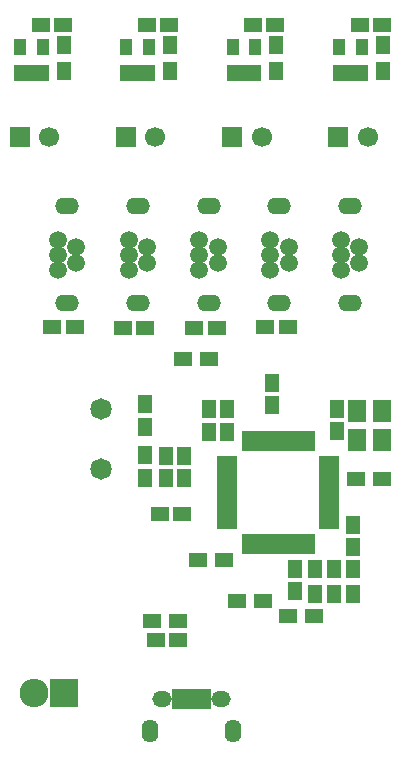
<source format=gts>
G04 #@! TF.FileFunction,Soldermask,Top*
%FSLAX46Y46*%
G04 Gerber Fmt 4.6, Leading zero omitted, Abs format (unit mm)*
G04 Created by KiCad (PCBNEW 4.0.4+dfsg1-stable) date Sun Aug 27 23:53:47 2017*
%MOMM*%
%LPD*%
G01*
G04 APERTURE LIST*
%ADD10C,0.100000*%
%ADD11C,1.500000*%
%ADD12O,2.000000X1.400000*%
%ADD13R,1.600000X1.150000*%
%ADD14R,1.050000X1.460000*%
%ADD15R,2.432000X2.432000*%
%ADD16O,2.432000X2.432000*%
%ADD17R,1.300000X1.600000*%
%ADD18R,1.600000X1.300000*%
%ADD19R,0.650000X1.700000*%
%ADD20R,1.700000X0.650000*%
%ADD21R,1.150000X1.600000*%
%ADD22C,1.700000*%
%ADD23R,1.700000X1.700000*%
%ADD24R,0.800000X1.750000*%
%ADD25O,1.650000X1.350000*%
%ADD26O,1.400000X1.950000*%
%ADD27C,1.822400*%
%ADD28R,1.650000X1.900000*%
G04 APERTURE END LIST*
D10*
D11*
X117225000Y-100000000D03*
X118775000Y-100650000D03*
X117225000Y-101300000D03*
X118775000Y-99350000D03*
X117225000Y-98700000D03*
D12*
X118000000Y-95900000D03*
X118000000Y-104100000D03*
D13*
X109758520Y-121920000D03*
X107858520Y-121920000D03*
D14*
X105050000Y-84600000D03*
X106000000Y-84600000D03*
X106950000Y-84600000D03*
X106950000Y-82400000D03*
X105050000Y-82400000D03*
X96050000Y-84600000D03*
X97000000Y-84600000D03*
X97950000Y-84600000D03*
X97950000Y-82400000D03*
X96050000Y-82400000D03*
X123050000Y-84600000D03*
X124000000Y-84600000D03*
X124950000Y-84600000D03*
X124950000Y-82400000D03*
X123050000Y-82400000D03*
X114050000Y-84600000D03*
X115000000Y-84600000D03*
X115950000Y-84600000D03*
X115950000Y-82400000D03*
X114050000Y-82400000D03*
D15*
X99800000Y-137100000D03*
D16*
X97260000Y-137100000D03*
D17*
X126800000Y-82225000D03*
X126800000Y-84425000D03*
X117750000Y-82225000D03*
X117750000Y-84425000D03*
X121000000Y-128750000D03*
X121000000Y-126550000D03*
X108750000Y-82225000D03*
X108750000Y-84425000D03*
D18*
X120950000Y-130600000D03*
X118750000Y-130600000D03*
X116600000Y-129275000D03*
X114400000Y-129275000D03*
X109450000Y-131030000D03*
X107250000Y-131030000D03*
D17*
X124225000Y-126550000D03*
X124225000Y-128750000D03*
D18*
X112026880Y-108778040D03*
X109826880Y-108778040D03*
D17*
X99775000Y-82225000D03*
X99775000Y-84425000D03*
X122625000Y-128750000D03*
X122625000Y-126550000D03*
D18*
X126700000Y-118950000D03*
X124500000Y-118950000D03*
X111100000Y-125800000D03*
X113300000Y-125800000D03*
D19*
X120631400Y-115746280D03*
X120131400Y-115746280D03*
X119631400Y-115746280D03*
X119131400Y-115746280D03*
X118631400Y-115746280D03*
X118131400Y-115746280D03*
X117631400Y-115746280D03*
X117131400Y-115746280D03*
X116631400Y-115746280D03*
X116131400Y-115746280D03*
X115631400Y-115746280D03*
X115131400Y-115746280D03*
D20*
X113531400Y-117346280D03*
X113531400Y-117846280D03*
X113531400Y-118346280D03*
X113531400Y-118846280D03*
X113531400Y-119346280D03*
X113531400Y-119846280D03*
X113531400Y-120346280D03*
X113531400Y-120846280D03*
X113531400Y-121346280D03*
X113531400Y-121846280D03*
X113531400Y-122346280D03*
X113531400Y-122846280D03*
D19*
X115131400Y-124446280D03*
X115631400Y-124446280D03*
X116131400Y-124446280D03*
X116631400Y-124446280D03*
X117131400Y-124446280D03*
X117631400Y-124446280D03*
X118131400Y-124446280D03*
X118631400Y-124446280D03*
X119131400Y-124446280D03*
X119631400Y-124446280D03*
X120131400Y-124446280D03*
X120631400Y-124446280D03*
D20*
X122231400Y-122846280D03*
X122231400Y-122346280D03*
X122231400Y-121846280D03*
X122231400Y-121346280D03*
X122231400Y-120846280D03*
X122231400Y-120346280D03*
X122231400Y-119846280D03*
X122231400Y-119346280D03*
X122231400Y-118846280D03*
X122231400Y-118346280D03*
X122231400Y-117846280D03*
X122231400Y-117346280D03*
D11*
X105225000Y-100000000D03*
X106775000Y-100650000D03*
X105225000Y-101300000D03*
X106775000Y-99350000D03*
X105225000Y-98700000D03*
D12*
X106000000Y-95900000D03*
X106000000Y-104100000D03*
D11*
X99225000Y-100000000D03*
X100775000Y-100650000D03*
X99225000Y-101300000D03*
X100775000Y-99350000D03*
X99225000Y-98700000D03*
D12*
X100000000Y-95900000D03*
X100000000Y-104100000D03*
D11*
X111225000Y-100000000D03*
X112775000Y-100650000D03*
X111225000Y-101300000D03*
X112775000Y-99350000D03*
X111225000Y-98700000D03*
D12*
X112000000Y-95900000D03*
X112000000Y-104100000D03*
D11*
X123225000Y-100000000D03*
X124775000Y-100650000D03*
X123225000Y-101300000D03*
X124775000Y-99350000D03*
X123225000Y-98700000D03*
D12*
X124000000Y-95900000D03*
X124000000Y-104100000D03*
D21*
X124200000Y-122825000D03*
X124200000Y-124725000D03*
X119350000Y-126550000D03*
X119350000Y-128450000D03*
X117340380Y-112707460D03*
X117340380Y-110807460D03*
X122862340Y-114945200D03*
X122862340Y-113045200D03*
X109921040Y-118905060D03*
X109921040Y-117005060D03*
X108402120Y-118905060D03*
X108402120Y-117005060D03*
X113579440Y-114969020D03*
X113579440Y-113069020D03*
X112045280Y-114969020D03*
X112045280Y-113069020D03*
D13*
X97800000Y-80500000D03*
X99700000Y-80500000D03*
X98750000Y-106100000D03*
X100650000Y-106100000D03*
X109443590Y-132611730D03*
X107543590Y-132611730D03*
X115750000Y-80500000D03*
X117650000Y-80500000D03*
X104750000Y-106150000D03*
X106650000Y-106150000D03*
D21*
X106608880Y-116966960D03*
X106608880Y-118866960D03*
X106608880Y-114548960D03*
X106608880Y-112648960D03*
D13*
X106750000Y-80500000D03*
X108650000Y-80500000D03*
X110800000Y-106150000D03*
X112700000Y-106150000D03*
X124800000Y-80500000D03*
X126700000Y-80500000D03*
X116800000Y-106100000D03*
X118700000Y-106100000D03*
D22*
X125500000Y-90000000D03*
D23*
X123000000Y-90000000D03*
D22*
X98500000Y-90000000D03*
D23*
X96000000Y-90000000D03*
D22*
X107500000Y-90000000D03*
D23*
X105000000Y-90000000D03*
D22*
X116500000Y-90000000D03*
D23*
X114000000Y-90000000D03*
D24*
X109229100Y-137637460D03*
X109879100Y-137637460D03*
X110529100Y-137637460D03*
X111179100Y-137637460D03*
X111829100Y-137637460D03*
D25*
X108029100Y-137637460D03*
X113029100Y-137637460D03*
D26*
X107029100Y-140337460D03*
X114029100Y-140337460D03*
D27*
X102930960Y-113014760D03*
X102930960Y-118094760D03*
D28*
X124597160Y-115687160D03*
X124597160Y-113187160D03*
X126650000Y-113200000D03*
X126650000Y-115700000D03*
M02*

</source>
